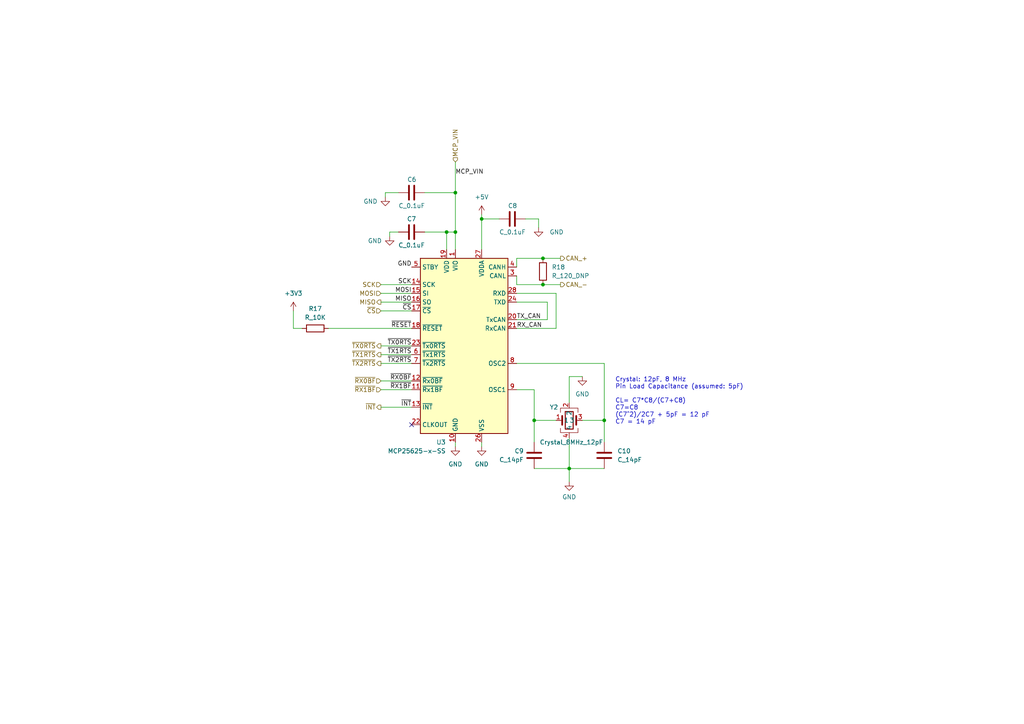
<source format=kicad_sch>
(kicad_sch (version 20231120) (generator "eeschema") (generator_version "8.0")
  (paper "A4")
  (lib_symbols
    (symbol "GND_1" (power) (pin_names (offset 0))
      (property "Value" "GND_1" (at 0 -3.81 0))
      (symbol "GND_1_0_1"
        (polyline (pts (xy 0 0) (xy 0 -1.27) (xy 1.27 -1.27) (xy 0 -2.54) (xy -1.27 -1.27) (xy 0 -1.27)))
      )
      (symbol "GND_1_1_1"
        (pin power_in line (at 0 0 270) (length 0) hide (name "GND") (number "1"))
      )
    )
    (symbol "GND_2" (power) (pin_names (offset 0))
      (property "Value" "GND_2" (at 0 -3.81 0))
      (symbol "GND_2_0_1"
        (polyline (pts (xy 0 0) (xy 0 -1.27) (xy 1.27 -1.27) (xy 0 -2.54) (xy -1.27 -1.27) (xy 0 -1.27)))
      )
      (symbol "GND_2_1_1"
        (pin power_in line (at 0 0 270) (length 0) hide (name "GND") (number "1"))
      )
    )
    (symbol "GND_3" (power) (pin_names (offset 0))
      (property "Value" "GND_3" (at 0 -3.81 0))
      (symbol "GND_3_0_1"
        (polyline (pts (xy 0 0) (xy 0 -1.27) (xy 1.27 -1.27) (xy 0 -2.54) (xy -1.27 -1.27) (xy 0 -1.27)))
      )
      (symbol "GND_3_1_1"
        (pin power_in line (at 0 0 270) (length 0) hide (name "GND") (number "1"))
      )
    )
    (symbol "GND_4" (power) (pin_names (offset 0))
      (property "Value" "GND_4" (at 0 -3.81 0))
      (symbol "GND_4_0_1"
        (polyline (pts (xy 0 0) (xy 0 -1.27) (xy 1.27 -1.27) (xy 0 -2.54) (xy -1.27 -1.27) (xy 0 -1.27)))
      )
      (symbol "GND_4_1_1"
        (pin power_in line (at 0 0 270) (length 0) hide (name "GND") (number "1"))
      )
    )
    (symbol "GND_5" (power) (pin_names (offset 0))
      (property "Value" "GND_5" (at 0 -3.81 0))
      (symbol "GND_5_0_1"
        (polyline (pts (xy 0 0) (xy 0 -1.27) (xy 1.27 -1.27) (xy 0 -2.54) (xy -1.27 -1.27) (xy 0 -1.27)))
      )
      (symbol "GND_5_1_1"
        (pin power_in line (at 0 0 270) (length 0) hide (name "GND") (number "1"))
      )
    )
    (symbol "GND_6" (power) (pin_names (offset 0))
      (property "Value" "GND_6" (at 0 -3.81 0))
      (symbol "GND_6_0_1"
        (polyline (pts (xy 0 0) (xy 0 -1.27) (xy 1.27 -1.27) (xy 0 -2.54) (xy -1.27 -1.27) (xy 0 -1.27)))
      )
      (symbol "GND_6_1_1"
        (pin power_in line (at 0 0 270) (length 0) hide (name "GND") (number "1"))
      )
    )
    (symbol "formula:C_0.1uF" (pin_numbers hide) (pin_names (offset 0.254))
      (property "Reference" "C" (at 0.635 2.54 0))
      (property "Value" "C_0.1uF" (at 0.635 -2.54 0))
      (symbol "C_0.1uF_0_1"
        (polyline (pts (xy -2.032 -0.762) (xy 2.032 -0.762)) (stroke (width 0.508)))
        (polyline (pts (xy -2.032 0.762) (xy 2.032 0.762)) (stroke (width 0.508)))
      )
      (symbol "C_0.1uF_1_1"
        (pin passive line (at 0 3.81 270) (length 2.794) (name "~") (number "1"))
        (pin passive line (at 0 -3.81 90) (length 2.794) (name "~") (number "2"))
      )
    )
    (symbol "formula:C_14pF" (pin_numbers hide) (pin_names (offset 0.254))
      (property "Reference" "C" (at 0.635 2.54 0))
      (property "Value" "C_14pF" (at 0.635 -2.54 0))
      (symbol "C_14pF_0_1"
        (polyline (pts (xy -2.032 -0.762) (xy 2.032 -0.762)) (stroke (width 0.508)))
        (polyline (pts (xy -2.032 0.762) (xy 2.032 0.762)) (stroke (width 0.508)))
      )
      (symbol "C_14pF_1_1"
        (pin passive line (at 0 3.81 270) (length 2.794) (name "~") (number "1"))
        (pin passive line (at 0 -3.81 90) (length 2.794) (name "~") (number "2"))
      )
    )
    (symbol "formula:Crystal_8MHz_12pF" (pin_names (offset 1.016))
      (property "Reference" "Y" (at -12.7254 7.62 0))
      (property "Value" "Crystal_8MHz_12pF" (at -11.43 -8.89 0))
      (symbol "Crystal_8MHz_12pF_0_1"
        (rectangle (start -1.143 2.54) (end 1.143 -2.54) (stroke (width 0.3048)))
        (polyline (pts (xy -2.54 0) (xy -2.032 0)))
        (polyline (pts (xy -2.032 -1.27) (xy -2.032 1.27)) (stroke (width 0.508)))
        (polyline (pts (xy 0 -3.81) (xy 0 -3.556)))
        (polyline (pts (xy 0 3.556) (xy 0 3.81)))
        (polyline (pts (xy 2.032 -1.27) (xy 2.032 1.27)) (stroke (width 0.508)))
        (polyline (pts (xy 2.032 0) (xy 2.54 0)))
        (polyline (pts (xy -2.54 -2.286) (xy -2.54 -3.556) (xy 2.54 -3.556) (xy 2.54 -2.286)))
        (polyline (pts (xy -2.54 2.286) (xy -2.54 3.556) (xy 2.54 3.556) (xy 2.54 2.286)))
      )
      (symbol "Crystal_8MHz_12pF_1_1"
        (pin bidirectional line (at -3.81 0 0) (length 1.27) (name "1") (number "1"))
        (pin power_in line (at 0 5.08 270) (length 1.27) (name "2") (number "2"))
        (pin bidirectional line (at 3.81 0 180) (length 1.27) (name "3") (number "3"))
        (pin power_in line (at 0 -5.08 90) (length 1.27) (name "4") (number "4"))
      )
    )
    (symbol "formula:MCP25625-x-SS"
      (property "Reference" "U" (at -11.43 26.67 0))
      (property "Value" "MCP25625-x-SS" (at 15.24 26.67 0))
      (symbol "MCP25625-x-SS_0_1"
        (rectangle (start -12.7 25.4) (end 12.7 -25.4) (stroke (width 0.254)) (fill (type background)))
      )
      (symbol "MCP25625-x-SS_1_1"
        (pin power_in line (at -2.54 27.94 270) (length 2.54) (name "VIO") (number "1"))
        (pin power_in line (at -2.54 -27.94 90) (length 2.54) (name "GND") (number "10"))
        (pin output line (at -15.24 -12.7 0) (length 2.54) (name "~{Rx1BF}") (number "11"))
        (pin output line (at -15.24 -10.16 0) (length 2.54) (name "~{Rx0BF}") (number "12"))
        (pin output line (at -15.24 -17.78 0) (length 2.54) (name "~{INT}") (number "13"))
        (pin input line (at -15.24 17.78 0) (length 2.54) (name "SCK") (number "14"))
        (pin input line (at -15.24 15.24 0) (length 2.54) (name "SI") (number "15"))
        (pin output line (at -15.24 12.7 0) (length 2.54) (name "SO") (number "16"))
        (pin input line (at -15.24 10.16 0) (length 2.54) (name "~{CS}") (number "17"))
        (pin input line (at -15.24 5.08 0) (length 2.54) (name "~{RESET}") (number "18"))
        (pin power_in line (at -5.08 27.94 270) (length 2.54) (name "VDD") (number "19"))
        (pin no_connect line (at 12.7 -15.24 180) (length 2.54) hide (name "NC") (number "2"))
        (pin output line (at 15.24 7.62 180) (length 2.54) (name "TxCAN") (number "20"))
        (pin input line (at 15.24 5.08 180) (length 2.54) (name "RxCAN") (number "21"))
        (pin output line (at -15.24 -22.86 0) (length 2.54) (name "CLKOUT") (number "22"))
        (pin input line (at -15.24 0 0) (length 2.54) (name "~{Tx0RTS}") (number "23"))
        (pin input line (at 15.24 12.7 180) (length 2.54) (name "TXD") (number "24"))
        (pin no_connect line (at 12.7 -17.78 180) (length 2.54) hide (name "NC") (number "25"))
        (pin power_in line (at 5.08 -27.94 90) (length 2.54) (name "VSS") (number "26"))
        (pin power_in line (at 5.08 27.94 270) (length 2.54) (name "VDDA") (number "27"))
        (pin output line (at 15.24 15.24 180) (length 2.54) (name "RXD") (number "28"))
        (pin bidirectional line (at 15.24 20.32 180) (length 2.54) (name "CANL") (number "3"))
        (pin bidirectional line (at 15.24 22.86 180) (length 2.54) (name "CANH") (number "4"))
        (pin input line (at -15.24 22.86 0) (length 2.54) (name "STBY") (number "5"))
        (pin input line (at -15.24 -2.54 0) (length 2.54) (name "~{Tx1RTS}") (number "6"))
        (pin input line (at -15.24 -5.08 0) (length 2.54) (name "~{Tx2RTS}") (number "7"))
        (pin output line (at 15.24 -5.08 180) (length 2.54) (name "OSC2") (number "8"))
        (pin input line (at 15.24 -12.7 180) (length 2.54) (name "OSC1") (number "9"))
      )
    )
    (symbol "formula:R_10K" (pin_numbers hide) (pin_names (offset 0))
      (property "Reference" "R" (at 2.032 0 90))
      (property "Value" "R_10K" (at -2.54 0 90))
      (symbol "R_10K_0_1"
        (rectangle (start -1.016 -2.54) (end 1.016 2.54) (stroke (width 0.254)))
      )
      (symbol "R_10K_1_1"
        (pin passive line (at 0 3.81 270) (length 1.27) (name "~") (number "1"))
        (pin passive line (at 0 -3.81 90) (length 1.27) (name "~") (number "2"))
      )
    )
    (symbol "formula:R_120_DNP" (pin_numbers hide) (pin_names (offset 0))
      (property "Reference" "R" (at 2.032 0 90))
      (property "Value" "R_120_DNP" (at -2.54 0 90))
      (symbol "R_120_DNP_0_1"
        (rectangle (start -1.016 -2.54) (end 1.016 2.54) (stroke (width 0.254)))
      )
      (symbol "R_120_DNP_1_1"
        (pin passive line (at 0 3.81 270) (length 1.27) (name "~") (number "1"))
        (pin passive line (at 0 -3.81 90) (length 1.27) (name "~") (number "2"))
      )
    )
    (symbol "power:+3V3" (power) (pin_names (offset 0))
      (property "Value" "+3V3" (at 0 3.556 0))
      (symbol "+3V3_0_1"
        (polyline (pts (xy -0.762 1.27) (xy 0 2.54)))
        (polyline (pts (xy 0 0) (xy 0 2.54)))
        (polyline (pts (xy 0 2.54) (xy 0.762 1.27)))
      )
      (symbol "+3V3_1_1"
        (pin power_in line (at 0 0 90) (length 0) hide (name "+3V3") (number "1"))
      )
    )
    (symbol "power:+5V" (power) (pin_names (offset 0))
      (property "Value" "+5V" (at 0 3.556 0))
      (symbol "+5V_0_1"
        (polyline (pts (xy -0.762 1.27) (xy 0 2.54)))
        (polyline (pts (xy 0 0) (xy 0 2.54)))
        (polyline (pts (xy 0 2.54) (xy 0.762 1.27)))
      )
      (symbol "+5V_1_1"
        (pin power_in line (at 0 0 90) (length 0) hide (name "+5V") (number "1"))
      )
    )
    (symbol "power:GND" (power) (pin_names (offset 0))
      (property "Value" "GND" (at 0 -3.81 0))
      (symbol "GND_0_1"
        (polyline (pts (xy 0 0) (xy 0 -1.27) (xy 1.27 -1.27) (xy 0 -2.54) (xy -1.27 -1.27) (xy 0 -1.27)))
      )
      (symbol "GND_1_1"
        (pin power_in line (at 0 0 270) (length 0) hide (name "GND") (number "1"))
      )
    )
  )
  (junction (at 132.08 67.31))
  (junction (at 129.54 67.31))
  (junction (at 157.48 74.93))
  (junction (at 139.7 63.5))
  (junction (at 132.08 55.88))
  (junction (at 157.48 82.55))
  (junction (at 175.26 121.92))
  (junction (at 165.1 135.89))
  (junction (at 154.94 121.92))
  (no_connect (at 119.38 123.19))
  (wire (pts (xy 149.86 74.93) (xy 149.86 77.47)))
  (wire (pts (xy 161.29 85.09) (xy 161.29 95.25)))
  (wire (pts (xy 119.38 105.41) (xy 110.49 105.41)))
  (wire (pts (xy 175.26 105.41) (xy 175.26 121.92)))
  (wire (pts (xy 132.08 46.99) (xy 132.08 55.88)))
  (wire (pts (xy 123.19 67.31) (xy 129.54 67.31)))
  (wire (pts (xy 149.86 82.55) (xy 149.86 80.01)))
  (wire (pts (xy 85.09 90.17) (xy 85.09 95.25)))
  (wire (pts (xy 154.94 113.03) (xy 154.94 121.92)))
  (wire (pts (xy 119.38 113.03) (xy 110.49 113.03)))
  (wire (pts (xy 154.94 121.92) (xy 154.94 128.27)))
  (wire (pts (xy 110.49 82.55) (xy 119.38 82.55)))
  (wire (pts (xy 165.1 116.84) (xy 165.1 109.22)))
  (wire (pts (xy 119.38 102.87) (xy 110.49 102.87)))
  (wire (pts (xy 158.75 87.63) (xy 158.75 92.71)))
  (wire (pts (xy 132.08 67.31) (xy 132.08 72.39)))
  (wire (pts (xy 165.1 127) (xy 165.1 135.89)))
  (wire (pts (xy 175.26 121.92) (xy 175.26 128.27)))
  (wire (pts (xy 113.03 67.31) (xy 113.03 68.58)))
  (wire (pts (xy 132.08 55.88) (xy 132.08 67.31)))
  (wire (pts (xy 139.7 129.54) (xy 139.7 128.27)))
  (wire (pts (xy 111.76 55.88) (xy 111.76 57.15)))
  (wire (pts (xy 149.86 85.09) (xy 161.29 85.09)))
  (wire (pts (xy 115.57 55.88) (xy 111.76 55.88)))
  (wire (pts (xy 115.57 67.31) (xy 113.03 67.31)))
  (wire (pts (xy 110.49 87.63) (xy 119.38 87.63)))
  (wire (pts (xy 149.86 74.93) (xy 157.48 74.93)))
  (wire (pts (xy 119.38 110.49) (xy 110.49 110.49)))
  (wire (pts (xy 175.26 105.41) (xy 149.86 105.41)))
  (wire (pts (xy 110.49 90.17) (xy 119.38 90.17)))
  (wire (pts (xy 175.26 135.89) (xy 165.1 135.89)))
  (wire (pts (xy 85.09 95.25) (xy 87.63 95.25)))
  (wire (pts (xy 139.7 62.23) (xy 139.7 63.5)))
  (wire (pts (xy 165.1 135.89) (xy 154.94 135.89)))
  (wire (pts (xy 119.38 100.33) (xy 110.49 100.33)))
  (wire (pts (xy 165.1 135.89) (xy 165.1 139.7)))
  (wire (pts (xy 110.49 85.09) (xy 119.38 85.09)))
  (wire (pts (xy 175.26 121.92) (xy 168.91 121.92)))
  (wire (pts (xy 123.19 55.88) (xy 132.08 55.88)))
  (wire (pts (xy 157.48 74.93) (xy 162.56 74.93)))
  (wire (pts (xy 152.4 63.5) (xy 156.21 63.5)))
  (wire (pts (xy 149.86 82.55) (xy 157.48 82.55)))
  (wire (pts (xy 156.21 63.5) (xy 156.21 66.04)))
  (wire (pts (xy 119.38 95.25) (xy 95.25 95.25)))
  (wire (pts (xy 161.29 95.25) (xy 149.86 95.25)))
  (wire (pts (xy 144.78 63.5) (xy 139.7 63.5)))
  (wire (pts (xy 161.29 121.92) (xy 154.94 121.92)))
  (wire (pts (xy 129.54 67.31) (xy 129.54 72.39)))
  (wire (pts (xy 119.38 118.11) (xy 110.49 118.11)))
  (wire (pts (xy 165.1 109.22) (xy 168.91 109.22)))
  (wire (pts (xy 129.54 67.31) (xy 132.08 67.31)))
  (wire (pts (xy 139.7 63.5) (xy 139.7 72.39)))
  (wire (pts (xy 132.08 128.27) (xy 132.08 129.54)))
  (wire (pts (xy 158.75 92.71) (xy 149.86 92.71)))
  (wire (pts (xy 149.86 87.63) (xy 158.75 87.63)))
  (wire (pts (xy 154.94 113.03) (xy 149.86 113.03)))
  (wire (pts (xy 157.48 82.55) (xy 162.56 82.55)))
  (text "Crystal: 12pF, 8 MHz\nPin Load Capacitance (assumed: 5pF)\n\nCL= C7*C8/(C7+C8)\nC7=C8\n(C7^2)/2C7 + 5pF = 12 pF\nC7 = 14 pF" (at 178.435 123.19 0) (effects (font (size 1.27 1.27)) (justify left bottom)))
  (label "MCP_VIN" (at 132.08 50.8 0))
  (label "~{TX0RTS}" (at 119.38 100.33 180))
  (label "MISO" (at 119.38 87.63 180))
  (label "~{RESET}" (at 119.38 95.25 180))
  (label "~{TX2RTS}" (at 119.38 105.41 180))
  (label "~{CS}" (at 119.38 90.17 180))
  (label "~{RX1BF}" (at 119.38 113.03 180))
  (label "RX_CAN" (at 149.86 95.25 0))
  (label "GND" (at 119.38 77.47 180))
  (label "TX_CAN" (at 149.86 92.71 0))
  (label "~{RX0BF}" (at 119.38 110.49 180))
  (label "SCK" (at 119.38 82.55 180))
  (label "~{TX1RTS}" (at 119.38 102.87 180))
  (label "MOSI" (at 119.38 85.09 180))
  (label "~{INT}" (at 119.38 118.11 180))
  (hierarchical_label "~{RX0BF}" (shape input) (at 110.49 110.49 180))
  (hierarchical_label "~{CS}" (shape input) (at 110.49 90.17 180))
  (hierarchical_label "SCK" (shape input) (at 110.49 82.55 180))
  (hierarchical_label "~{RX1BF}" (shape input) (at 110.49 113.03 180))
  (hierarchical_label "MCP_VIN" (shape input) (at 132.08 46.99 90))
  (hierarchical_label "CAN_+" (shape output) (at 162.56 74.93 0))
  (hierarchical_label "MISO" (shape output) (at 110.49 87.63 180))
  (hierarchical_label "~{TX0RTS}" (shape output) (at 110.49 100.33 180))
  (hierarchical_label "MOSI" (shape input) (at 110.49 85.09 180))
  (hierarchical_label "~{TX1RTS}" (shape output) (at 110.49 102.87 180))
  (hierarchical_label "CAN_-" (shape output) (at 162.56 82.55 0))
  (hierarchical_label "~{TX2RTS}" (shape output) (at 110.49 105.41 180))
  (hierarchical_label "~{INT}" (shape output) (at 110.49 118.11 180))
  (symbol (lib_id "formula:R_120_DNP") (at 157.48 78.74 0) (unit 1)
    (property "Reference" "R18" (at 160.02 77.4699 0) (effects (justify left)))
    (property "Value" "R_120_DNP" (at 160.02 80.0099 0) (effects (justify left)))
    (property "Footprint" "footprints:R_0805_OEM" (effects (hide yes)))
    (property "Datasheet" "https://www.mouser.com/datasheet/2/315/AOA0000C304-1149620.pdf" (effects (hide yes)))
    (property "MFN" "DK" (effects (hide yes)))
    (property "MPN" "667-ERJ-6ENF1200V" (effects (hide yes)))
    (property "PurchasingLink" "https://www.mouser.com/ProductDetail/Panasonic-Industrial-Devices/ERJ-6ENF1200V?qs=sGAEpiMZZMvdGkrng054t8AJgcdMkx7x%252bFQnctTMUmU%3d" (effects (hide yes)))
  )
  (symbol (lib_id "power:+5V") (at 139.7 62.23 0) (mirror y) (unit 1)
    (property "Reference" "#PWR?" (effects (hide yes)))
    (property "Value" "+5V" (at 139.7 57.15 0))
  )
  (symbol (lib_id "formula:C_0.1uF") (at 148.59 63.5 270) (unit 1)
    (property "Reference" "C8" (at 147.32 59.69 90) (effects (justify left)))
    (property "Value" "C_0.1uF" (at 144.78 67.31 90) (effects (justify left)))
    (property "Footprint" "Capacitor_SMD:C_0603_1608Metric_Pad1.08x0.95mm_HandSolder" (effects (hide yes)))
    (property "Datasheet" "http://datasheets.avx.com/X7RDielectric.pdf" (effects (hide yes)))
    (property "MFN" "DK" (effects (hide yes)))
    (property "MPN" "478-3352-1-ND" (effects (hide yes)))
    (property "PurchasingLink" "https://www.digikey.com/products/en?keywords=478-3352-1-ND" (effects (hide yes)))
  )
  (symbol (lib_id "formula:C_0.1uF") (at 119.38 55.88 270) (unit 1)
    (property "Reference" "C6" (at 118.11 52.07 90) (effects (justify left)))
    (property "Value" "C_0.1uF" (at 115.57 59.69 90) (effects (justify left)))
    (property "Footprint" "Capacitor_SMD:C_0603_1608Metric_Pad1.08x0.95mm_HandSolder" (effects (hide yes)))
    (property "Datasheet" "http://datasheets.avx.com/X7RDielectric.pdf" (effects (hide yes)))
    (property "MFN" "DK" (effects (hide yes)))
    (property "MPN" "478-3352-1-ND" (effects (hide yes)))
    (property "PurchasingLink" "https://www.digikey.com/products/en?keywords=478-3352-1-ND" (effects (hide yes)))
  )
  (symbol (lib_name "GND_3") (lib_id "power:GND") (at 113.03 68.58 0) (unit 1)
    (property "Reference" "#PWR?" (effects (hide yes)))
    (property "Value" "GND" (at 106.68 69.85 0) (effects (justify left)))
  )
  (symbol (lib_name "GND_2") (lib_id "power:GND") (at 168.91 109.22 0) (mirror y) (unit 1)
    (property "Reference" "#PWR?" (effects (hide yes)))
    (property "Value" "GND" (at 168.91 114.3 0))
  )
  (symbol (lib_id "formula:C_14pF") (at 175.26 132.08 0) (unit 1)
    (property "Reference" "C10" (at 179.07 130.8099 0) (effects (justify left)))
    (property "Value" "C_14pF" (at 179.07 133.3499 0) (effects (justify left)))
    (property "Footprint" "Capacitor_SMD:C_0603_1608Metric_Pad1.08x0.95mm_HandSolder" (effects (hide yes)))
    (property "Datasheet" "https://search.murata.co.jp/Ceramy/image/img/A01X/G101/ENG/GQM2195C2E140JB12-01.pdf" (effects (hide yes)))
    (property "MFN" "Murata Electronics" (effects (hide yes)))
    (property "MPN" "GQM2195C2E140JB12D" (effects (hide yes)))
    (property "Purchasing Link" "https://www.digikey.com/en/products/detail/murata-electronics/GQM2195C2E140JB12D/13401886" (effects (hide yes)))
    (property "PurchasingLink" "https://www.digikey.com/products/en?keywords=478-3352-1-ND" (effects (hide yes)))
  )
  (symbol (lib_id "formula:C_14pF") (at 154.94 132.08 0) (unit 1)
    (property "Reference" "C9" (at 149.225 130.81 0) (effects (justify left)))
    (property "Value" "C_14pF" (at 144.78 133.35 0) (effects (justify left)))
    (property "Footprint" "Capacitor_SMD:C_0603_1608Metric_Pad1.08x0.95mm_HandSolder" (effects (hide yes)))
    (property "Datasheet" "https://search.murata.co.jp/Ceramy/image/img/A01X/G101/ENG/GQM2195C2E140JB12-01.pdf" (effects (hide yes)))
    (property "MFN" "Murata Electronics" (effects (hide yes)))
    (property "MPN" "GQM2195C2E140JB12D" (effects (hide yes)))
    (property "Purchasing Link" "https://www.digikey.com/en/products/detail/murata-electronics/GQM2195C2E140JB12D/13401886" (effects (hide yes)))
    (property "PurchasingLink" "https://www.digikey.com/products/en?keywords=478-3352-1-ND" (effects (hide yes)))
  )
  (symbol (lib_id "formula:MCP25625-x-SS") (at 134.62 100.33 0) (unit 1)
    (property "Reference" "U3" (at 129.3113 128.27 0) (effects (justify right)))
    (property "Value" "MCP25625-x-SS" (at 129.3113 130.81 0) (effects (justify right)))
    (property "Footprint" "Package_SO:SSOP-28_5.3x10.2mm_P0.65mm" (effects (hide yes)))
    (property "Datasheet" "http://ww1.microchip.com/downloads/en/DeviceDoc/20005282B.pdf" (effects (hide yes)))
    (property "MFN" "DK" (effects (hide yes)))
    (property "MPN" "MCP25625-E/SS-ND" (effects (hide yes)))
    (property "PurchasingLink" "https://www.digikey.com/product-detail/en/microchip-technology/MCP25625-E-SS/MCP25625-E-SS-ND/4842805" (effects (hide yes)))
  )
  (symbol (lib_name "GND_1") (lib_id "power:GND") (at 111.76 57.15 0) (unit 1)
    (property "Reference" "#PWR?" (effects (hide yes)))
    (property "Value" "GND" (at 105.41 58.42 0) (effects (justify left)))
  )
  (symbol (lib_id "power:GND") (at 139.7 129.54 0) (mirror y) (unit 1)
    (property "Reference" "#PWR?" (effects (hide yes)))
    (property "Value" "GND" (at 139.7 134.62 0))
  )
  (symbol (lib_name "GND_4") (lib_id "power:GND") (at 165.1 139.7 0) (mirror y) (unit 1)
    (property "Reference" "#PWR?" (effects (hide yes)))
    (property "Value" "GND" (at 165.1 144.145 0))
  )
  (symbol (lib_id "power:+3V3") (at 85.09 90.17 0) (mirror y) (unit 1)
    (property "Reference" "#PWR?" (effects (hide yes)))
    (property "Value" "+3V3" (at 85.09 85.09 0))
  )
  (symbol (lib_id "formula:C_0.1uF") (at 119.38 67.31 270) (mirror x) (unit 1)
    (property "Reference" "C7" (at 119.38 63.5 90))
    (property "Value" "C_0.1uF" (at 119.38 71.12 90))
    (property "Footprint" "Capacitor_SMD:C_0603_1608Metric_Pad1.08x0.95mm_HandSolder" (effects (hide yes)))
    (property "Datasheet" "http://datasheets.avx.com/X7RDielectric.pdf" (effects (hide yes)))
    (property "MFN" "DK" (effects (hide yes)))
    (property "MPN" "478-3352-1-ND" (effects (hide yes)))
    (property "PurchasingLink" "https://www.digikey.com/products/en?keywords=478-3352-1-ND" (effects (hide yes)))
  )
  (symbol (lib_id "formula:R_10K") (at 91.44 95.25 270) (mirror x) (unit 1)
    (property "Reference" "R17" (at 91.44 89.535 90))
    (property "Value" "R_10K" (at 91.44 92.075 90))
    (property "Footprint" "Resistor_SMD:R_0603_1608Metric_Pad0.98x0.95mm_HandSolder" (effects (hide yes)))
    (property "Datasheet" "http://www.bourns.com/data/global/pdfs/CRS.pdf" (effects (hide yes)))
    (property "MFN" "DK" (effects (hide yes)))
    (property "MPN" "CRS0805-FX-1002ELFCT-ND" (effects (hide yes)))
    (property "PurchasingLink" "https://www.digikey.com/products/en?keywords=CRS0805-FX-1002ELFCT-ND" (effects (hide yes)))
  )
  (symbol (lib_name "GND_5") (lib_id "power:GND") (at 132.08 129.54 0) (mirror y) (unit 1)
    (property "Reference" "#PWR?" (effects (hide yes)))
    (property "Value" "GND" (at 132.08 134.62 0))
  )
  (symbol (lib_id "formula:Crystal_8MHz_12pF") (at 165.1 121.92 0) (unit 1)
    (property "Reference" "Y2" (at 160.655 118.11 0))
    (property "Value" "Crystal_8MHz_12pF" (at 165.735 128.27 0))
    (property "Footprint" "footprints:XTAL_ECS-240-8-33-AGN-TR" (effects (hide yes)))
    (property "Datasheet" "https://ecsxtal.com/store/pdf/ecx-32.pdf" (effects (hide yes)))
    (property "Description" "CRYSTAL 8.0000MHZ 12PF SMD" (effects (hide yes)))
    (property "MP" "ECS-80-12-33-JGN-TR" (effects (hide yes)))
    (property "PACKAGE" "SMD-4 ECX" (effects (hide yes)))
    (property "AVAILABILITY" "Good" (effects (hide yes)))
    (property "STANDARD" "Manufacturer recommendations" (effects (hide yes)))
    (property "MF" "ECS INC" (effects (hide yes)))
  )
  (symbol (lib_name "GND_6") (lib_id "power:GND") (at 156.21 66.04 0) (unit 1)
    (property "Reference" "#PWR?" (effects (hide yes)))
    (property "Value" "GND" (at 159.385 67.31 0) (effects (justify left)))
  )
)
</source>
